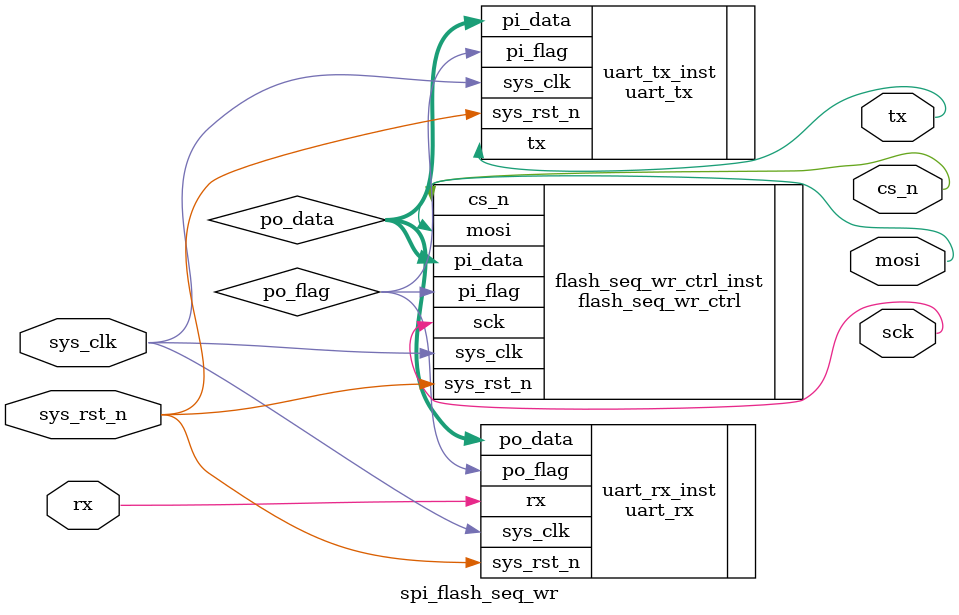
<source format=v>
`timescale  1ns/1ns

module  spi_flash_seq_wr(

    input   wire    sys_clk     ,   //系统时钟，频率50MHz
    input   wire    sys_rst_n   ,   //复位信号,低电平有效
    input   wire    rx          ,   //串口接收数据

    output  wire    cs_n        ,   //片选信号
    output  wire    sck         ,   //串行时钟
    output  wire    mosi        ,   //主输出从输入数据
    output  wire    tx              //串口发送数据

);

//********************************************************************//
//****************** Parameter and Internal Signal *******************//
//********************************************************************//
//parameter define
parameter   UART_BPS    =   14'd9600        ,   //比特率
            CLK_FREQ    =   26'd50_000_000  ;   //时钟频率

//wire  define
wire            po_flag ;
wire    [7:0]   po_data ;

//********************************************************************//
//*************************** Instantiation **************************//
//********************************************************************//

//-------------uart_rx_inst-------------
uart_rx
#(
    .UART_BPS    (UART_BPS ),         //串口波特率
    .CLK_FREQ    (CLK_FREQ )          //时钟频率
)
uart_rx_inst(
    .sys_clk     (sys_clk  ),   //系统时钟50Mhz
    .sys_rst_n   (sys_rst_n),   //全局复位
    .rx          (rx       ),   //串口接收数据

    .po_data     (po_data  ),   //串转并后的数据
    .po_flag     (po_flag  )    //串转并后的数据有效标志信号
);

//-------------flash_seq_wr_ctrl_inst-------------
flash_seq_wr_ctrl  flash_seq_wr_ctrl_inst(

    .sys_clk    (sys_clk    ),  //系统时钟，频率50MHz
    .sys_rst_n  (sys_rst_n  ),  //复位信号,低电平有效
    .pi_flag    (po_flag    ),  //数据标志信号
    .pi_data    (po_data    ),  //写入数据

    .sck        (sck        ),  //片选信号
    .cs_n       (cs_n       ),  //串行时钟
    .mosi       (mosi       )   //主输出从输入数据

);

//-------------uart_tx_inst-------------
uart_tx
#(
    .UART_BPS    (UART_BPS ),         //串口波特率
    .CLK_FREQ    (CLK_FREQ )          //时钟频率
)
uart_tx_inst
(
    .sys_clk     (sys_clk  ),   //系统时钟50Mhz
    .sys_rst_n   (sys_rst_n),   //全局复位
    .pi_data     (po_data  ),   //并行数据
    .pi_flag     (po_flag  ),   //并行数据有效标志信号

    .tx          (tx       )    //串口发送数据
);

endmodule

</source>
